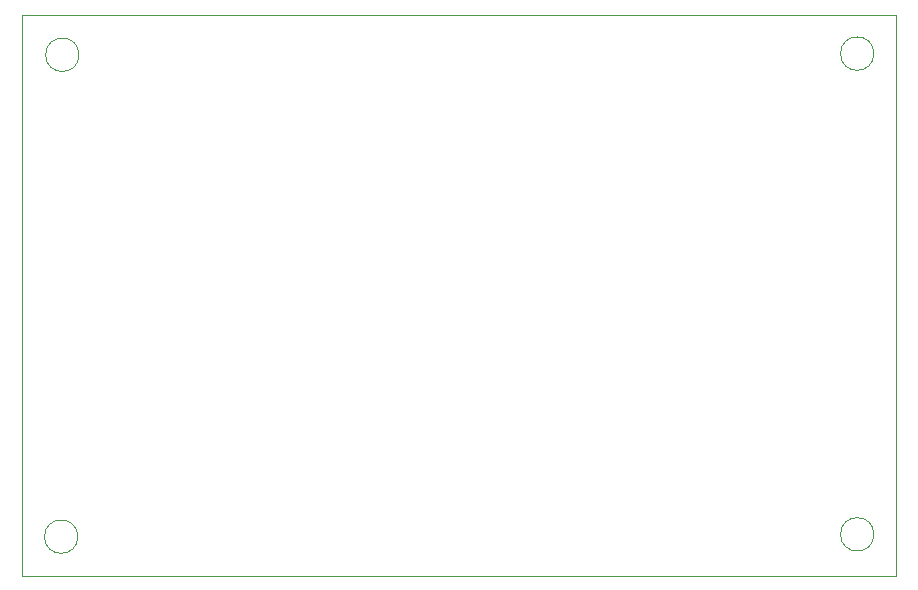
<source format=gbr>
%TF.GenerationSoftware,KiCad,Pcbnew,8.0.6*%
%TF.CreationDate,2024-11-16T21:14:38-08:00*%
%TF.ProjectId,CAN_adc,43414e5f-6164-4632-9e6b-696361645f70,rev?*%
%TF.SameCoordinates,Original*%
%TF.FileFunction,Profile,NP*%
%FSLAX46Y46*%
G04 Gerber Fmt 4.6, Leading zero omitted, Abs format (unit mm)*
G04 Created by KiCad (PCBNEW 8.0.6) date 2024-11-16 21:14:38*
%MOMM*%
%LPD*%
G01*
G04 APERTURE LIST*
%TA.AperFunction,Profile*%
%ADD10C,0.050000*%
%TD*%
G04 APERTURE END LIST*
D10*
X74814214Y-53400000D02*
G75*
G02*
X71985786Y-53400000I-1414214J0D01*
G01*
X71985786Y-53400000D02*
G75*
G02*
X74814214Y-53400000I1414214J0D01*
G01*
X142114214Y-94000000D02*
G75*
G02*
X139285786Y-94000000I-1414214J0D01*
G01*
X139285786Y-94000000D02*
G75*
G02*
X142114214Y-94000000I1414214J0D01*
G01*
X74714214Y-94200000D02*
G75*
G02*
X71885786Y-94200000I-1414214J0D01*
G01*
X71885786Y-94200000D02*
G75*
G02*
X74714214Y-94200000I1414214J0D01*
G01*
X142114214Y-53300000D02*
G75*
G02*
X139285786Y-53300000I-1414214J0D01*
G01*
X139285786Y-53300000D02*
G75*
G02*
X142114214Y-53300000I1414214J0D01*
G01*
X70000000Y-50000000D02*
X144000000Y-50000000D01*
X144000000Y-97500000D01*
X70000000Y-97500000D01*
X70000000Y-50000000D01*
M02*

</source>
